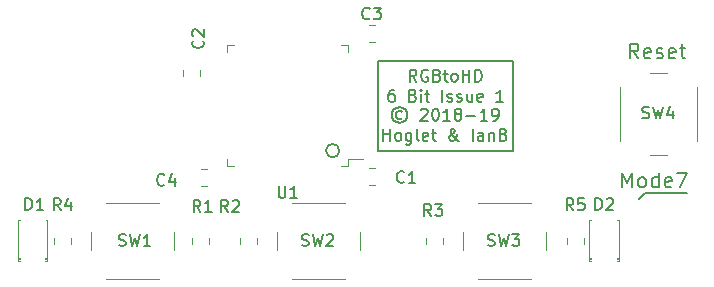
<source format=gto>
G04 #@! TF.GenerationSoftware,KiCad,Pcbnew,(5.1.4)-1*
G04 #@! TF.CreationDate,2019-10-20T00:44:42+01:00*
G04 #@! TF.ProjectId,rgb-to-hdmi,7267622d-746f-42d6-9864-6d692e6b6963,rev?*
G04 #@! TF.SameCoordinates,Original*
G04 #@! TF.FileFunction,Legend,Top*
G04 #@! TF.FilePolarity,Positive*
%FSLAX46Y46*%
G04 Gerber Fmt 4.6, Leading zero omitted, Abs format (unit mm)*
G04 Created by KiCad (PCBNEW (5.1.4)-1) date 2019-10-20 00:44:42*
%MOMM*%
%LPD*%
G04 APERTURE LIST*
%ADD10C,0.150000*%
%ADD11C,0.200000*%
%ADD12C,0.120000*%
G04 APERTURE END LIST*
D10*
X50555723Y-42397940D02*
X50555723Y-41397940D01*
X50555723Y-41874131D02*
X51127152Y-41874131D01*
X51127152Y-42397940D02*
X51127152Y-41397940D01*
X51746200Y-42397940D02*
X51650961Y-42350321D01*
X51603342Y-42302702D01*
X51555723Y-42207464D01*
X51555723Y-41921750D01*
X51603342Y-41826512D01*
X51650961Y-41778893D01*
X51746200Y-41731274D01*
X51889057Y-41731274D01*
X51984295Y-41778893D01*
X52031914Y-41826512D01*
X52079533Y-41921750D01*
X52079533Y-42207464D01*
X52031914Y-42302702D01*
X51984295Y-42350321D01*
X51889057Y-42397940D01*
X51746200Y-42397940D01*
X52936676Y-41731274D02*
X52936676Y-42540798D01*
X52889057Y-42636036D01*
X52841438Y-42683655D01*
X52746200Y-42731274D01*
X52603342Y-42731274D01*
X52508104Y-42683655D01*
X52936676Y-42350321D02*
X52841438Y-42397940D01*
X52650961Y-42397940D01*
X52555723Y-42350321D01*
X52508104Y-42302702D01*
X52460485Y-42207464D01*
X52460485Y-41921750D01*
X52508104Y-41826512D01*
X52555723Y-41778893D01*
X52650961Y-41731274D01*
X52841438Y-41731274D01*
X52936676Y-41778893D01*
X53555723Y-42397940D02*
X53460485Y-42350321D01*
X53412866Y-42255083D01*
X53412866Y-41397940D01*
X54317628Y-42350321D02*
X54222390Y-42397940D01*
X54031914Y-42397940D01*
X53936676Y-42350321D01*
X53889057Y-42255083D01*
X53889057Y-41874131D01*
X53936676Y-41778893D01*
X54031914Y-41731274D01*
X54222390Y-41731274D01*
X54317628Y-41778893D01*
X54365247Y-41874131D01*
X54365247Y-41969369D01*
X53889057Y-42064607D01*
X54650961Y-41731274D02*
X55031914Y-41731274D01*
X54793819Y-41397940D02*
X54793819Y-42255083D01*
X54841438Y-42350321D01*
X54936676Y-42397940D01*
X55031914Y-42397940D01*
X56936676Y-42397940D02*
X56889057Y-42397940D01*
X56793819Y-42350321D01*
X56650961Y-42207464D01*
X56412866Y-41921750D01*
X56317628Y-41778893D01*
X56270009Y-41636036D01*
X56270009Y-41540798D01*
X56317628Y-41445560D01*
X56412866Y-41397940D01*
X56460485Y-41397940D01*
X56555723Y-41445560D01*
X56603342Y-41540798D01*
X56603342Y-41588417D01*
X56555723Y-41683655D01*
X56508104Y-41731274D01*
X56222390Y-41921750D01*
X56174771Y-41969369D01*
X56127152Y-42064607D01*
X56127152Y-42207464D01*
X56174771Y-42302702D01*
X56222390Y-42350321D01*
X56317628Y-42397940D01*
X56460485Y-42397940D01*
X56555723Y-42350321D01*
X56603342Y-42302702D01*
X56746200Y-42112226D01*
X56793819Y-41969369D01*
X56793819Y-41874131D01*
X58127152Y-42397940D02*
X58127152Y-41397940D01*
X59031914Y-42397940D02*
X59031914Y-41874131D01*
X58984295Y-41778893D01*
X58889057Y-41731274D01*
X58698580Y-41731274D01*
X58603342Y-41778893D01*
X59031914Y-42350321D02*
X58936676Y-42397940D01*
X58698580Y-42397940D01*
X58603342Y-42350321D01*
X58555723Y-42255083D01*
X58555723Y-42159845D01*
X58603342Y-42064607D01*
X58698580Y-42016988D01*
X58936676Y-42016988D01*
X59031914Y-41969369D01*
X59508104Y-41731274D02*
X59508104Y-42397940D01*
X59508104Y-41826512D02*
X59555723Y-41778893D01*
X59650961Y-41731274D01*
X59793819Y-41731274D01*
X59889057Y-41778893D01*
X59936676Y-41874131D01*
X59936676Y-42397940D01*
X60746200Y-41874131D02*
X60889057Y-41921750D01*
X60936676Y-41969369D01*
X60984295Y-42064607D01*
X60984295Y-42207464D01*
X60936676Y-42302702D01*
X60889057Y-42350321D01*
X60793819Y-42397940D01*
X60412866Y-42397940D01*
X60412866Y-41397940D01*
X60746200Y-41397940D01*
X60841438Y-41445560D01*
X60889057Y-41493179D01*
X60936676Y-41588417D01*
X60936676Y-41683655D01*
X60889057Y-41778893D01*
X60841438Y-41826512D01*
X60746200Y-41874131D01*
X60412866Y-41874131D01*
X52130333Y-39934236D02*
X52035095Y-39886617D01*
X51844619Y-39886617D01*
X51749380Y-39934236D01*
X51654142Y-40029474D01*
X51606523Y-40124712D01*
X51606523Y-40315188D01*
X51654142Y-40410426D01*
X51749380Y-40505664D01*
X51844619Y-40553283D01*
X52035095Y-40553283D01*
X52130333Y-40505664D01*
X51939857Y-39553283D02*
X51701761Y-39600902D01*
X51463666Y-39743760D01*
X51320809Y-39981855D01*
X51273190Y-40219950D01*
X51320809Y-40458045D01*
X51463666Y-40696140D01*
X51701761Y-40838998D01*
X51939857Y-40886617D01*
X52177952Y-40838998D01*
X52416047Y-40696140D01*
X52558904Y-40458045D01*
X52606523Y-40219950D01*
X52558904Y-39981855D01*
X52416047Y-39743760D01*
X52177952Y-39600902D01*
X51939857Y-39553283D01*
X53749380Y-39791379D02*
X53797000Y-39743760D01*
X53892238Y-39696140D01*
X54130333Y-39696140D01*
X54225571Y-39743760D01*
X54273190Y-39791379D01*
X54320809Y-39886617D01*
X54320809Y-39981855D01*
X54273190Y-40124712D01*
X53701761Y-40696140D01*
X54320809Y-40696140D01*
X54939857Y-39696140D02*
X55035095Y-39696140D01*
X55130333Y-39743760D01*
X55177952Y-39791379D01*
X55225571Y-39886617D01*
X55273190Y-40077093D01*
X55273190Y-40315188D01*
X55225571Y-40505664D01*
X55177952Y-40600902D01*
X55130333Y-40648521D01*
X55035095Y-40696140D01*
X54939857Y-40696140D01*
X54844619Y-40648521D01*
X54797000Y-40600902D01*
X54749380Y-40505664D01*
X54701761Y-40315188D01*
X54701761Y-40077093D01*
X54749380Y-39886617D01*
X54797000Y-39791379D01*
X54844619Y-39743760D01*
X54939857Y-39696140D01*
X56225571Y-40696140D02*
X55654142Y-40696140D01*
X55939857Y-40696140D02*
X55939857Y-39696140D01*
X55844619Y-39838998D01*
X55749380Y-39934236D01*
X55654142Y-39981855D01*
X56797000Y-40124712D02*
X56701761Y-40077093D01*
X56654142Y-40029474D01*
X56606523Y-39934236D01*
X56606523Y-39886617D01*
X56654142Y-39791379D01*
X56701761Y-39743760D01*
X56797000Y-39696140D01*
X56987476Y-39696140D01*
X57082714Y-39743760D01*
X57130333Y-39791379D01*
X57177952Y-39886617D01*
X57177952Y-39934236D01*
X57130333Y-40029474D01*
X57082714Y-40077093D01*
X56987476Y-40124712D01*
X56797000Y-40124712D01*
X56701761Y-40172331D01*
X56654142Y-40219950D01*
X56606523Y-40315188D01*
X56606523Y-40505664D01*
X56654142Y-40600902D01*
X56701761Y-40648521D01*
X56797000Y-40696140D01*
X56987476Y-40696140D01*
X57082714Y-40648521D01*
X57130333Y-40600902D01*
X57177952Y-40505664D01*
X57177952Y-40315188D01*
X57130333Y-40219950D01*
X57082714Y-40172331D01*
X56987476Y-40124712D01*
X57606523Y-40315188D02*
X58368428Y-40315188D01*
X59368428Y-40696140D02*
X58797000Y-40696140D01*
X59082714Y-40696140D02*
X59082714Y-39696140D01*
X58987476Y-39838998D01*
X58892238Y-39934236D01*
X58797000Y-39981855D01*
X59844619Y-40696140D02*
X60035095Y-40696140D01*
X60130333Y-40648521D01*
X60177952Y-40600902D01*
X60273190Y-40458045D01*
X60320809Y-40267569D01*
X60320809Y-39886617D01*
X60273190Y-39791379D01*
X60225571Y-39743760D01*
X60130333Y-39696140D01*
X59939857Y-39696140D01*
X59844619Y-39743760D01*
X59797000Y-39791379D01*
X59749380Y-39886617D01*
X59749380Y-40124712D01*
X59797000Y-40219950D01*
X59844619Y-40267569D01*
X59939857Y-40315188D01*
X60130333Y-40315188D01*
X60225571Y-40267569D01*
X60273190Y-40219950D01*
X60320809Y-40124712D01*
X51466847Y-38095940D02*
X51276371Y-38095940D01*
X51181133Y-38143560D01*
X51133514Y-38191179D01*
X51038276Y-38334036D01*
X50990657Y-38524512D01*
X50990657Y-38905464D01*
X51038276Y-39000702D01*
X51085895Y-39048321D01*
X51181133Y-39095940D01*
X51371609Y-39095940D01*
X51466847Y-39048321D01*
X51514466Y-39000702D01*
X51562085Y-38905464D01*
X51562085Y-38667369D01*
X51514466Y-38572131D01*
X51466847Y-38524512D01*
X51371609Y-38476893D01*
X51181133Y-38476893D01*
X51085895Y-38524512D01*
X51038276Y-38572131D01*
X50990657Y-38667369D01*
X53085895Y-38572131D02*
X53228752Y-38619750D01*
X53276371Y-38667369D01*
X53323990Y-38762607D01*
X53323990Y-38905464D01*
X53276371Y-39000702D01*
X53228752Y-39048321D01*
X53133514Y-39095940D01*
X52752561Y-39095940D01*
X52752561Y-38095940D01*
X53085895Y-38095940D01*
X53181133Y-38143560D01*
X53228752Y-38191179D01*
X53276371Y-38286417D01*
X53276371Y-38381655D01*
X53228752Y-38476893D01*
X53181133Y-38524512D01*
X53085895Y-38572131D01*
X52752561Y-38572131D01*
X53752561Y-39095940D02*
X53752561Y-38429274D01*
X53752561Y-38095940D02*
X53704942Y-38143560D01*
X53752561Y-38191179D01*
X53800180Y-38143560D01*
X53752561Y-38095940D01*
X53752561Y-38191179D01*
X54085895Y-38429274D02*
X54466847Y-38429274D01*
X54228752Y-38095940D02*
X54228752Y-38953083D01*
X54276371Y-39048321D01*
X54371609Y-39095940D01*
X54466847Y-39095940D01*
X55562085Y-39095940D02*
X55562085Y-38095940D01*
X55990657Y-39048321D02*
X56085895Y-39095940D01*
X56276371Y-39095940D01*
X56371609Y-39048321D01*
X56419228Y-38953083D01*
X56419228Y-38905464D01*
X56371609Y-38810226D01*
X56276371Y-38762607D01*
X56133514Y-38762607D01*
X56038276Y-38714988D01*
X55990657Y-38619750D01*
X55990657Y-38572131D01*
X56038276Y-38476893D01*
X56133514Y-38429274D01*
X56276371Y-38429274D01*
X56371609Y-38476893D01*
X56800180Y-39048321D02*
X56895419Y-39095940D01*
X57085895Y-39095940D01*
X57181133Y-39048321D01*
X57228752Y-38953083D01*
X57228752Y-38905464D01*
X57181133Y-38810226D01*
X57085895Y-38762607D01*
X56943038Y-38762607D01*
X56847800Y-38714988D01*
X56800180Y-38619750D01*
X56800180Y-38572131D01*
X56847800Y-38476893D01*
X56943038Y-38429274D01*
X57085895Y-38429274D01*
X57181133Y-38476893D01*
X58085895Y-38429274D02*
X58085895Y-39095940D01*
X57657323Y-38429274D02*
X57657323Y-38953083D01*
X57704942Y-39048321D01*
X57800180Y-39095940D01*
X57943038Y-39095940D01*
X58038276Y-39048321D01*
X58085895Y-39000702D01*
X58943038Y-39048321D02*
X58847800Y-39095940D01*
X58657323Y-39095940D01*
X58562085Y-39048321D01*
X58514466Y-38953083D01*
X58514466Y-38572131D01*
X58562085Y-38476893D01*
X58657323Y-38429274D01*
X58847800Y-38429274D01*
X58943038Y-38476893D01*
X58990657Y-38572131D01*
X58990657Y-38667369D01*
X58514466Y-38762607D01*
X60704942Y-39095940D02*
X60133514Y-39095940D01*
X60419228Y-39095940D02*
X60419228Y-38095940D01*
X60323990Y-38238798D01*
X60228752Y-38334036D01*
X60133514Y-38381655D01*
X53370019Y-37394140D02*
X53036685Y-36917950D01*
X52798590Y-37394140D02*
X52798590Y-36394140D01*
X53179542Y-36394140D01*
X53274780Y-36441760D01*
X53322400Y-36489379D01*
X53370019Y-36584617D01*
X53370019Y-36727474D01*
X53322400Y-36822712D01*
X53274780Y-36870331D01*
X53179542Y-36917950D01*
X52798590Y-36917950D01*
X54322400Y-36441760D02*
X54227161Y-36394140D01*
X54084304Y-36394140D01*
X53941447Y-36441760D01*
X53846209Y-36536998D01*
X53798590Y-36632236D01*
X53750971Y-36822712D01*
X53750971Y-36965569D01*
X53798590Y-37156045D01*
X53846209Y-37251283D01*
X53941447Y-37346521D01*
X54084304Y-37394140D01*
X54179542Y-37394140D01*
X54322400Y-37346521D01*
X54370019Y-37298902D01*
X54370019Y-36965569D01*
X54179542Y-36965569D01*
X55131923Y-36870331D02*
X55274780Y-36917950D01*
X55322400Y-36965569D01*
X55370019Y-37060807D01*
X55370019Y-37203664D01*
X55322400Y-37298902D01*
X55274780Y-37346521D01*
X55179542Y-37394140D01*
X54798590Y-37394140D01*
X54798590Y-36394140D01*
X55131923Y-36394140D01*
X55227161Y-36441760D01*
X55274780Y-36489379D01*
X55322400Y-36584617D01*
X55322400Y-36679855D01*
X55274780Y-36775093D01*
X55227161Y-36822712D01*
X55131923Y-36870331D01*
X54798590Y-36870331D01*
X55655733Y-36727474D02*
X56036685Y-36727474D01*
X55798590Y-36394140D02*
X55798590Y-37251283D01*
X55846209Y-37346521D01*
X55941447Y-37394140D01*
X56036685Y-37394140D01*
X56512876Y-37394140D02*
X56417638Y-37346521D01*
X56370019Y-37298902D01*
X56322400Y-37203664D01*
X56322400Y-36917950D01*
X56370019Y-36822712D01*
X56417638Y-36775093D01*
X56512876Y-36727474D01*
X56655733Y-36727474D01*
X56750971Y-36775093D01*
X56798590Y-36822712D01*
X56846209Y-36917950D01*
X56846209Y-37203664D01*
X56798590Y-37298902D01*
X56750971Y-37346521D01*
X56655733Y-37394140D01*
X56512876Y-37394140D01*
X57274780Y-37394140D02*
X57274780Y-36394140D01*
X57274780Y-36870331D02*
X57846209Y-36870331D01*
X57846209Y-37394140D02*
X57846209Y-36394140D01*
X58322400Y-37394140D02*
X58322400Y-36394140D01*
X58560495Y-36394140D01*
X58703352Y-36441760D01*
X58798590Y-36536998D01*
X58846209Y-36632236D01*
X58893828Y-36822712D01*
X58893828Y-36965569D01*
X58846209Y-37156045D01*
X58798590Y-37251283D01*
X58703352Y-37346521D01*
X58560495Y-37394140D01*
X58322400Y-37394140D01*
X46839961Y-43240960D02*
G75*
G03X46839961Y-43240960I-567961J0D01*
G01*
X50082000Y-43240960D02*
X50082000Y-35620960D01*
X61512000Y-43240960D02*
X50082000Y-43240960D01*
X61512000Y-35620960D02*
X61512000Y-43240960D01*
X50082000Y-35620960D02*
X61512000Y-35620960D01*
D11*
X72688000Y-46796960D02*
X76244000Y-46796960D01*
X72180000Y-47304960D02*
X72688000Y-46796960D01*
X70771428Y-46346436D02*
X70771428Y-45096436D01*
X71188095Y-45989293D01*
X71604761Y-45096436D01*
X71604761Y-46346436D01*
X72378571Y-46346436D02*
X72259523Y-46286912D01*
X72200000Y-46227388D01*
X72140476Y-46108340D01*
X72140476Y-45751198D01*
X72200000Y-45632150D01*
X72259523Y-45572626D01*
X72378571Y-45513102D01*
X72557142Y-45513102D01*
X72676190Y-45572626D01*
X72735714Y-45632150D01*
X72795238Y-45751198D01*
X72795238Y-46108340D01*
X72735714Y-46227388D01*
X72676190Y-46286912D01*
X72557142Y-46346436D01*
X72378571Y-46346436D01*
X73866666Y-46346436D02*
X73866666Y-45096436D01*
X73866666Y-46286912D02*
X73747619Y-46346436D01*
X73509523Y-46346436D01*
X73390476Y-46286912D01*
X73330952Y-46227388D01*
X73271428Y-46108340D01*
X73271428Y-45751198D01*
X73330952Y-45632150D01*
X73390476Y-45572626D01*
X73509523Y-45513102D01*
X73747619Y-45513102D01*
X73866666Y-45572626D01*
X74938095Y-46286912D02*
X74819047Y-46346436D01*
X74580952Y-46346436D01*
X74461904Y-46286912D01*
X74402380Y-46167864D01*
X74402380Y-45691674D01*
X74461904Y-45572626D01*
X74580952Y-45513102D01*
X74819047Y-45513102D01*
X74938095Y-45572626D01*
X74997619Y-45691674D01*
X74997619Y-45810721D01*
X74402380Y-45929769D01*
X75414285Y-45096436D02*
X76247619Y-45096436D01*
X75711904Y-46346436D01*
X72156380Y-35424436D02*
X71739714Y-34829198D01*
X71442095Y-35424436D02*
X71442095Y-34174436D01*
X71918285Y-34174436D01*
X72037333Y-34233960D01*
X72096857Y-34293483D01*
X72156380Y-34412531D01*
X72156380Y-34591102D01*
X72096857Y-34710150D01*
X72037333Y-34769674D01*
X71918285Y-34829198D01*
X71442095Y-34829198D01*
X73168285Y-35364912D02*
X73049238Y-35424436D01*
X72811142Y-35424436D01*
X72692095Y-35364912D01*
X72632571Y-35245864D01*
X72632571Y-34769674D01*
X72692095Y-34650626D01*
X72811142Y-34591102D01*
X73049238Y-34591102D01*
X73168285Y-34650626D01*
X73227809Y-34769674D01*
X73227809Y-34888721D01*
X72632571Y-35007769D01*
X73704000Y-35364912D02*
X73823047Y-35424436D01*
X74061142Y-35424436D01*
X74180190Y-35364912D01*
X74239714Y-35245864D01*
X74239714Y-35186340D01*
X74180190Y-35067293D01*
X74061142Y-35007769D01*
X73882571Y-35007769D01*
X73763523Y-34948245D01*
X73704000Y-34829198D01*
X73704000Y-34769674D01*
X73763523Y-34650626D01*
X73882571Y-34591102D01*
X74061142Y-34591102D01*
X74180190Y-34650626D01*
X75251619Y-35364912D02*
X75132571Y-35424436D01*
X74894476Y-35424436D01*
X74775428Y-35364912D01*
X74715904Y-35245864D01*
X74715904Y-34769674D01*
X74775428Y-34650626D01*
X74894476Y-34591102D01*
X75132571Y-34591102D01*
X75251619Y-34650626D01*
X75311142Y-34769674D01*
X75311142Y-34888721D01*
X74715904Y-35007769D01*
X75668285Y-34591102D02*
X76144476Y-34591102D01*
X75846857Y-34174436D02*
X75846857Y-35245864D01*
X75906380Y-35364912D01*
X76025428Y-35424436D01*
X76144476Y-35424436D01*
D12*
X19612000Y-52570960D02*
X19612000Y-49150960D01*
X22132000Y-52570960D02*
X22132000Y-49150960D01*
X19612000Y-52570960D02*
X19792000Y-52570960D01*
X21952000Y-52570960D02*
X22132000Y-52570960D01*
X19612000Y-49150960D02*
X19777000Y-49150960D01*
X21967000Y-49150960D02*
X22132000Y-49150960D01*
X19612000Y-52450960D02*
X19792000Y-52450960D01*
X21952000Y-52450960D02*
X22132000Y-52450960D01*
X19612000Y-52330960D02*
X19792000Y-52330960D01*
X21952000Y-52330960D02*
X22132000Y-52330960D01*
X67999000Y-52570960D02*
X67999000Y-49150960D01*
X70519000Y-52570960D02*
X70519000Y-49150960D01*
X67999000Y-52570960D02*
X68179000Y-52570960D01*
X70339000Y-52570960D02*
X70519000Y-52570960D01*
X67999000Y-49150960D02*
X68164000Y-49150960D01*
X70354000Y-49150960D02*
X70519000Y-49150960D01*
X67999000Y-52450960D02*
X68179000Y-52450960D01*
X70339000Y-52450960D02*
X70519000Y-52450960D01*
X67999000Y-52330960D02*
X68179000Y-52330960D01*
X70339000Y-52330960D02*
X70519000Y-52330960D01*
X49835252Y-44689960D02*
X49312748Y-44689960D01*
X49835252Y-46109960D02*
X49312748Y-46109960D01*
X33624000Y-36898212D02*
X33624000Y-36375708D01*
X35044000Y-36898212D02*
X35044000Y-36375708D01*
X49312748Y-32624960D02*
X49835252Y-32624960D01*
X49312748Y-34044960D02*
X49835252Y-34044960D01*
X35611252Y-44816960D02*
X35088748Y-44816960D01*
X35611252Y-46236960D02*
X35088748Y-46236960D01*
X35806000Y-51122212D02*
X35806000Y-50599708D01*
X34386000Y-51122212D02*
X34386000Y-50599708D01*
X38450000Y-51122212D02*
X38450000Y-50599708D01*
X39870000Y-51122212D02*
X39870000Y-50599708D01*
X55618000Y-51122212D02*
X55618000Y-50599708D01*
X54198000Y-51122212D02*
X54198000Y-50599708D01*
X24122000Y-50599708D02*
X24122000Y-51122212D01*
X22702000Y-50599708D02*
X22702000Y-51122212D01*
X67556000Y-50599708D02*
X67556000Y-51122212D01*
X66136000Y-50599708D02*
X66136000Y-51122212D01*
X25806000Y-50146960D02*
X25806000Y-51646960D01*
X27056000Y-54146960D02*
X31556000Y-54146960D01*
X32806000Y-51646960D02*
X32806000Y-50146960D01*
X31556000Y-47646960D02*
X27056000Y-47646960D01*
X47304000Y-47646960D02*
X42804000Y-47646960D01*
X48554000Y-51646960D02*
X48554000Y-50146960D01*
X42804000Y-54146960D02*
X47304000Y-54146960D01*
X41554000Y-50146960D02*
X41554000Y-51646960D01*
X63052000Y-47646960D02*
X58552000Y-47646960D01*
X64302000Y-51646960D02*
X64302000Y-50146960D01*
X58552000Y-54146960D02*
X63052000Y-54146960D01*
X57302000Y-50146960D02*
X57302000Y-51646960D01*
X73117000Y-43640960D02*
X74617000Y-43640960D01*
X77117000Y-42390960D02*
X77117000Y-37890960D01*
X74617000Y-36640960D02*
X73117000Y-36640960D01*
X70617000Y-37890960D02*
X70617000Y-42390960D01*
X37927000Y-34320960D02*
X37352000Y-34320960D01*
X37352000Y-34320960D02*
X37352000Y-34895960D01*
X46997000Y-34320960D02*
X47572000Y-34320960D01*
X47572000Y-34320960D02*
X47572000Y-34895960D01*
X37927000Y-44540960D02*
X37352000Y-44540960D01*
X37352000Y-44540960D02*
X37352000Y-43965960D01*
X46997000Y-44540960D02*
X47572000Y-44540960D01*
X47572000Y-44540960D02*
X47572000Y-43965960D01*
X47572000Y-43965960D02*
X48862000Y-43965960D01*
D10*
X20260904Y-48265340D02*
X20260904Y-47265340D01*
X20499000Y-47265340D01*
X20641857Y-47312960D01*
X20737095Y-47408198D01*
X20784714Y-47503436D01*
X20832333Y-47693912D01*
X20832333Y-47836769D01*
X20784714Y-48027245D01*
X20737095Y-48122483D01*
X20641857Y-48217721D01*
X20499000Y-48265340D01*
X20260904Y-48265340D01*
X21784714Y-48265340D02*
X21213285Y-48265340D01*
X21499000Y-48265340D02*
X21499000Y-47265340D01*
X21403761Y-47408198D01*
X21308523Y-47503436D01*
X21213285Y-47551055D01*
X68520904Y-48265340D02*
X68520904Y-47265340D01*
X68759000Y-47265340D01*
X68901857Y-47312960D01*
X68997095Y-47408198D01*
X69044714Y-47503436D01*
X69092333Y-47693912D01*
X69092333Y-47836769D01*
X69044714Y-48027245D01*
X68997095Y-48122483D01*
X68901857Y-48217721D01*
X68759000Y-48265340D01*
X68520904Y-48265340D01*
X69473285Y-47360579D02*
X69520904Y-47312960D01*
X69616142Y-47265340D01*
X69854238Y-47265340D01*
X69949476Y-47312960D01*
X69997095Y-47360579D01*
X70044714Y-47455817D01*
X70044714Y-47551055D01*
X69997095Y-47693912D01*
X69425666Y-48265340D01*
X70044714Y-48265340D01*
X52328333Y-45884102D02*
X52280714Y-45931721D01*
X52137857Y-45979340D01*
X52042619Y-45979340D01*
X51899761Y-45931721D01*
X51804523Y-45836483D01*
X51756904Y-45741245D01*
X51709285Y-45550769D01*
X51709285Y-45407912D01*
X51756904Y-45217436D01*
X51804523Y-45122198D01*
X51899761Y-45026960D01*
X52042619Y-44979340D01*
X52137857Y-44979340D01*
X52280714Y-45026960D01*
X52328333Y-45074579D01*
X53280714Y-45979340D02*
X52709285Y-45979340D01*
X52995000Y-45979340D02*
X52995000Y-44979340D01*
X52899761Y-45122198D01*
X52804523Y-45217436D01*
X52709285Y-45265055D01*
X35275342Y-33933426D02*
X35322961Y-33981045D01*
X35370580Y-34123902D01*
X35370580Y-34219140D01*
X35322961Y-34361998D01*
X35227723Y-34457236D01*
X35132485Y-34504855D01*
X34942009Y-34552474D01*
X34799152Y-34552474D01*
X34608676Y-34504855D01*
X34513438Y-34457236D01*
X34418200Y-34361998D01*
X34370580Y-34219140D01*
X34370580Y-34123902D01*
X34418200Y-33981045D01*
X34465819Y-33933426D01*
X34465819Y-33552474D02*
X34418200Y-33504855D01*
X34370580Y-33409617D01*
X34370580Y-33171521D01*
X34418200Y-33076283D01*
X34465819Y-33028664D01*
X34561057Y-32981045D01*
X34656295Y-32981045D01*
X34799152Y-33028664D01*
X35370580Y-33600093D01*
X35370580Y-32981045D01*
X49407333Y-32042102D02*
X49359714Y-32089721D01*
X49216857Y-32137340D01*
X49121619Y-32137340D01*
X48978761Y-32089721D01*
X48883523Y-31994483D01*
X48835904Y-31899245D01*
X48788285Y-31708769D01*
X48788285Y-31565912D01*
X48835904Y-31375436D01*
X48883523Y-31280198D01*
X48978761Y-31184960D01*
X49121619Y-31137340D01*
X49216857Y-31137340D01*
X49359714Y-31184960D01*
X49407333Y-31232579D01*
X49740666Y-31137340D02*
X50359714Y-31137340D01*
X50026380Y-31518293D01*
X50169238Y-31518293D01*
X50264476Y-31565912D01*
X50312095Y-31613531D01*
X50359714Y-31708769D01*
X50359714Y-31946864D01*
X50312095Y-32042102D01*
X50264476Y-32089721D01*
X50169238Y-32137340D01*
X49883523Y-32137340D01*
X49788285Y-32089721D01*
X49740666Y-32042102D01*
X32033733Y-46112702D02*
X31986114Y-46160321D01*
X31843257Y-46207940D01*
X31748019Y-46207940D01*
X31605161Y-46160321D01*
X31509923Y-46065083D01*
X31462304Y-45969845D01*
X31414685Y-45779369D01*
X31414685Y-45636512D01*
X31462304Y-45446036D01*
X31509923Y-45350798D01*
X31605161Y-45255560D01*
X31748019Y-45207940D01*
X31843257Y-45207940D01*
X31986114Y-45255560D01*
X32033733Y-45303179D01*
X32890876Y-45541274D02*
X32890876Y-46207940D01*
X32652780Y-45160321D02*
X32414685Y-45874607D01*
X33033733Y-45874607D01*
X35081733Y-48417740D02*
X34748400Y-47941550D01*
X34510304Y-48417740D02*
X34510304Y-47417740D01*
X34891257Y-47417740D01*
X34986495Y-47465360D01*
X35034114Y-47512979D01*
X35081733Y-47608217D01*
X35081733Y-47751074D01*
X35034114Y-47846312D01*
X34986495Y-47893931D01*
X34891257Y-47941550D01*
X34510304Y-47941550D01*
X36034114Y-48417740D02*
X35462685Y-48417740D01*
X35748400Y-48417740D02*
X35748400Y-47417740D01*
X35653161Y-47560598D01*
X35557923Y-47655836D01*
X35462685Y-47703455D01*
X37418533Y-48417740D02*
X37085200Y-47941550D01*
X36847104Y-48417740D02*
X36847104Y-47417740D01*
X37228057Y-47417740D01*
X37323295Y-47465360D01*
X37370914Y-47512979D01*
X37418533Y-47608217D01*
X37418533Y-47751074D01*
X37370914Y-47846312D01*
X37323295Y-47893931D01*
X37228057Y-47941550D01*
X36847104Y-47941550D01*
X37799485Y-47512979D02*
X37847104Y-47465360D01*
X37942342Y-47417740D01*
X38180438Y-47417740D01*
X38275676Y-47465360D01*
X38323295Y-47512979D01*
X38370914Y-47608217D01*
X38370914Y-47703455D01*
X38323295Y-47846312D01*
X37751866Y-48417740D01*
X38370914Y-48417740D01*
X54614333Y-48773340D02*
X54281000Y-48297150D01*
X54042904Y-48773340D02*
X54042904Y-47773340D01*
X54423857Y-47773340D01*
X54519095Y-47820960D01*
X54566714Y-47868579D01*
X54614333Y-47963817D01*
X54614333Y-48106674D01*
X54566714Y-48201912D01*
X54519095Y-48249531D01*
X54423857Y-48297150D01*
X54042904Y-48297150D01*
X54947666Y-47773340D02*
X55566714Y-47773340D01*
X55233380Y-48154293D01*
X55376238Y-48154293D01*
X55471476Y-48201912D01*
X55519095Y-48249531D01*
X55566714Y-48344769D01*
X55566714Y-48582864D01*
X55519095Y-48678102D01*
X55471476Y-48725721D01*
X55376238Y-48773340D01*
X55090523Y-48773340D01*
X54995285Y-48725721D01*
X54947666Y-48678102D01*
X23245333Y-48290740D02*
X22912000Y-47814550D01*
X22673904Y-48290740D02*
X22673904Y-47290740D01*
X23054857Y-47290740D01*
X23150095Y-47338360D01*
X23197714Y-47385979D01*
X23245333Y-47481217D01*
X23245333Y-47624074D01*
X23197714Y-47719312D01*
X23150095Y-47766931D01*
X23054857Y-47814550D01*
X22673904Y-47814550D01*
X24102476Y-47624074D02*
X24102476Y-48290740D01*
X23864380Y-47243121D02*
X23626285Y-47957407D01*
X24245333Y-47957407D01*
X66653933Y-48290740D02*
X66320600Y-47814550D01*
X66082504Y-48290740D02*
X66082504Y-47290740D01*
X66463457Y-47290740D01*
X66558695Y-47338360D01*
X66606314Y-47385979D01*
X66653933Y-47481217D01*
X66653933Y-47624074D01*
X66606314Y-47719312D01*
X66558695Y-47766931D01*
X66463457Y-47814550D01*
X66082504Y-47814550D01*
X67558695Y-47290740D02*
X67082504Y-47290740D01*
X67034885Y-47766931D01*
X67082504Y-47719312D01*
X67177742Y-47671693D01*
X67415838Y-47671693D01*
X67511076Y-47719312D01*
X67558695Y-47766931D01*
X67606314Y-47862169D01*
X67606314Y-48100264D01*
X67558695Y-48195502D01*
X67511076Y-48243121D01*
X67415838Y-48290740D01*
X67177742Y-48290740D01*
X67082504Y-48243121D01*
X67034885Y-48195502D01*
X28174666Y-51265721D02*
X28317523Y-51313340D01*
X28555619Y-51313340D01*
X28650857Y-51265721D01*
X28698476Y-51218102D01*
X28746095Y-51122864D01*
X28746095Y-51027626D01*
X28698476Y-50932388D01*
X28650857Y-50884769D01*
X28555619Y-50837150D01*
X28365142Y-50789531D01*
X28269904Y-50741912D01*
X28222285Y-50694293D01*
X28174666Y-50599055D01*
X28174666Y-50503817D01*
X28222285Y-50408579D01*
X28269904Y-50360960D01*
X28365142Y-50313340D01*
X28603238Y-50313340D01*
X28746095Y-50360960D01*
X29079428Y-50313340D02*
X29317523Y-51313340D01*
X29508000Y-50599055D01*
X29698476Y-51313340D01*
X29936571Y-50313340D01*
X30841333Y-51313340D02*
X30269904Y-51313340D01*
X30555619Y-51313340D02*
X30555619Y-50313340D01*
X30460380Y-50456198D01*
X30365142Y-50551436D01*
X30269904Y-50599055D01*
X43668666Y-51265721D02*
X43811523Y-51313340D01*
X44049619Y-51313340D01*
X44144857Y-51265721D01*
X44192476Y-51218102D01*
X44240095Y-51122864D01*
X44240095Y-51027626D01*
X44192476Y-50932388D01*
X44144857Y-50884769D01*
X44049619Y-50837150D01*
X43859142Y-50789531D01*
X43763904Y-50741912D01*
X43716285Y-50694293D01*
X43668666Y-50599055D01*
X43668666Y-50503817D01*
X43716285Y-50408579D01*
X43763904Y-50360960D01*
X43859142Y-50313340D01*
X44097238Y-50313340D01*
X44240095Y-50360960D01*
X44573428Y-50313340D02*
X44811523Y-51313340D01*
X45002000Y-50599055D01*
X45192476Y-51313340D01*
X45430571Y-50313340D01*
X45763904Y-50408579D02*
X45811523Y-50360960D01*
X45906761Y-50313340D01*
X46144857Y-50313340D01*
X46240095Y-50360960D01*
X46287714Y-50408579D01*
X46335333Y-50503817D01*
X46335333Y-50599055D01*
X46287714Y-50741912D01*
X45716285Y-51313340D01*
X46335333Y-51313340D01*
X59416666Y-51265721D02*
X59559523Y-51313340D01*
X59797619Y-51313340D01*
X59892857Y-51265721D01*
X59940476Y-51218102D01*
X59988095Y-51122864D01*
X59988095Y-51027626D01*
X59940476Y-50932388D01*
X59892857Y-50884769D01*
X59797619Y-50837150D01*
X59607142Y-50789531D01*
X59511904Y-50741912D01*
X59464285Y-50694293D01*
X59416666Y-50599055D01*
X59416666Y-50503817D01*
X59464285Y-50408579D01*
X59511904Y-50360960D01*
X59607142Y-50313340D01*
X59845238Y-50313340D01*
X59988095Y-50360960D01*
X60321428Y-50313340D02*
X60559523Y-51313340D01*
X60750000Y-50599055D01*
X60940476Y-51313340D01*
X61178571Y-50313340D01*
X61464285Y-50313340D02*
X62083333Y-50313340D01*
X61750000Y-50694293D01*
X61892857Y-50694293D01*
X61988095Y-50741912D01*
X62035714Y-50789531D01*
X62083333Y-50884769D01*
X62083333Y-51122864D01*
X62035714Y-51218102D01*
X61988095Y-51265721D01*
X61892857Y-51313340D01*
X61607142Y-51313340D01*
X61511904Y-51265721D01*
X61464285Y-51218102D01*
X72497666Y-40470721D02*
X72640523Y-40518340D01*
X72878619Y-40518340D01*
X72973857Y-40470721D01*
X73021476Y-40423102D01*
X73069095Y-40327864D01*
X73069095Y-40232626D01*
X73021476Y-40137388D01*
X72973857Y-40089769D01*
X72878619Y-40042150D01*
X72688142Y-39994531D01*
X72592904Y-39946912D01*
X72545285Y-39899293D01*
X72497666Y-39804055D01*
X72497666Y-39708817D01*
X72545285Y-39613579D01*
X72592904Y-39565960D01*
X72688142Y-39518340D01*
X72926238Y-39518340D01*
X73069095Y-39565960D01*
X73402428Y-39518340D02*
X73640523Y-40518340D01*
X73831000Y-39804055D01*
X74021476Y-40518340D01*
X74259571Y-39518340D01*
X75069095Y-39851674D02*
X75069095Y-40518340D01*
X74831000Y-39470721D02*
X74592904Y-40185007D01*
X75211952Y-40185007D01*
X41700095Y-46233340D02*
X41700095Y-47042864D01*
X41747714Y-47138102D01*
X41795333Y-47185721D01*
X41890571Y-47233340D01*
X42081047Y-47233340D01*
X42176285Y-47185721D01*
X42223904Y-47138102D01*
X42271523Y-47042864D01*
X42271523Y-46233340D01*
X43271523Y-47233340D02*
X42700095Y-47233340D01*
X42985809Y-47233340D02*
X42985809Y-46233340D01*
X42890571Y-46376198D01*
X42795333Y-46471436D01*
X42700095Y-46519055D01*
M02*

</source>
